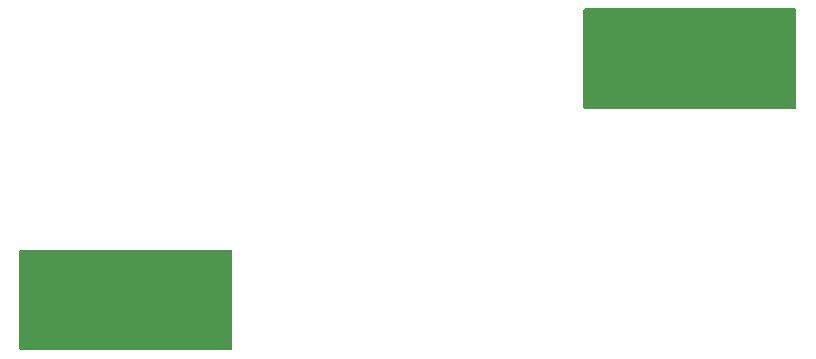
<source format=gbr>
G04 EAGLE Gerber X2 export*
%TF.Part,Single*%
%TF.FileFunction,Other,stiffener on bottom layer*%
%TF.FilePolarity,Positive*%
%TF.GenerationSoftware,Autodesk,EAGLE,9.5.2*%
%TF.CreationDate,2020-04-08T10:12:48Z*%
G75*
%MOMM*%
%FSLAX34Y34*%
%LPD*%
%INstiffener bottom*%
%AMOC8*
5,1,8,0,0,1.08239X$1,22.5*%
G01*

G36*
X1056758Y208296D02*
X1056758Y208296D01*
X1056877Y208303D01*
X1056915Y208316D01*
X1056956Y208321D01*
X1057066Y208364D01*
X1057179Y208401D01*
X1057214Y208423D01*
X1057251Y208438D01*
X1057347Y208508D01*
X1057448Y208571D01*
X1057476Y208601D01*
X1057509Y208624D01*
X1057585Y208716D01*
X1057666Y208803D01*
X1057686Y208838D01*
X1057711Y208869D01*
X1057762Y208977D01*
X1057820Y209081D01*
X1057830Y209121D01*
X1057847Y209157D01*
X1057869Y209274D01*
X1057899Y209389D01*
X1057903Y209450D01*
X1057907Y209470D01*
X1057905Y209490D01*
X1057909Y209550D01*
X1057909Y292100D01*
X1057894Y292218D01*
X1057887Y292337D01*
X1057874Y292375D01*
X1057869Y292416D01*
X1057826Y292526D01*
X1057789Y292639D01*
X1057767Y292674D01*
X1057752Y292711D01*
X1057683Y292807D01*
X1057619Y292908D01*
X1057589Y292936D01*
X1057566Y292969D01*
X1057474Y293045D01*
X1057387Y293126D01*
X1057352Y293146D01*
X1057321Y293171D01*
X1057213Y293222D01*
X1057109Y293280D01*
X1057069Y293290D01*
X1057033Y293307D01*
X1056916Y293329D01*
X1056801Y293359D01*
X1056741Y293363D01*
X1056721Y293367D01*
X1056700Y293365D01*
X1056640Y293369D01*
X878840Y293369D01*
X878722Y293354D01*
X878603Y293347D01*
X878565Y293334D01*
X878524Y293329D01*
X878414Y293286D01*
X878301Y293249D01*
X878266Y293227D01*
X878229Y293212D01*
X878133Y293143D01*
X878032Y293079D01*
X878004Y293049D01*
X877971Y293026D01*
X877896Y292934D01*
X877814Y292847D01*
X877794Y292812D01*
X877769Y292781D01*
X877718Y292673D01*
X877660Y292569D01*
X877650Y292529D01*
X877633Y292493D01*
X877611Y292376D01*
X877581Y292261D01*
X877577Y292201D01*
X877573Y292181D01*
X877575Y292160D01*
X877571Y292100D01*
X877571Y209550D01*
X877586Y209432D01*
X877593Y209313D01*
X877606Y209275D01*
X877611Y209234D01*
X877654Y209124D01*
X877691Y209011D01*
X877713Y208976D01*
X877728Y208939D01*
X877798Y208843D01*
X877861Y208742D01*
X877891Y208714D01*
X877914Y208681D01*
X878006Y208606D01*
X878093Y208524D01*
X878128Y208504D01*
X878159Y208479D01*
X878267Y208428D01*
X878371Y208370D01*
X878411Y208360D01*
X878447Y208343D01*
X878564Y208321D01*
X878679Y208291D01*
X878740Y208287D01*
X878760Y208283D01*
X878780Y208285D01*
X878840Y208281D01*
X1056640Y208281D01*
X1056758Y208296D01*
G37*
G36*
X579238Y3826D02*
X579238Y3826D01*
X579357Y3833D01*
X579395Y3846D01*
X579436Y3851D01*
X579546Y3894D01*
X579659Y3931D01*
X579694Y3953D01*
X579731Y3968D01*
X579827Y4038D01*
X579928Y4101D01*
X579956Y4131D01*
X579989Y4154D01*
X580065Y4246D01*
X580146Y4333D01*
X580166Y4368D01*
X580191Y4399D01*
X580242Y4507D01*
X580300Y4611D01*
X580310Y4651D01*
X580327Y4687D01*
X580349Y4804D01*
X580379Y4919D01*
X580383Y4980D01*
X580387Y5000D01*
X580385Y5020D01*
X580389Y5080D01*
X580389Y87630D01*
X580374Y87748D01*
X580367Y87867D01*
X580354Y87905D01*
X580349Y87946D01*
X580306Y88056D01*
X580269Y88169D01*
X580247Y88204D01*
X580232Y88241D01*
X580163Y88337D01*
X580099Y88438D01*
X580069Y88466D01*
X580046Y88499D01*
X579954Y88575D01*
X579867Y88656D01*
X579832Y88676D01*
X579801Y88701D01*
X579693Y88752D01*
X579589Y88810D01*
X579549Y88820D01*
X579513Y88837D01*
X579396Y88859D01*
X579281Y88889D01*
X579221Y88893D01*
X579201Y88897D01*
X579180Y88895D01*
X579120Y88899D01*
X401320Y88899D01*
X401202Y88884D01*
X401083Y88877D01*
X401045Y88864D01*
X401004Y88859D01*
X400894Y88816D01*
X400781Y88779D01*
X400746Y88757D01*
X400709Y88742D01*
X400613Y88673D01*
X400512Y88609D01*
X400484Y88579D01*
X400451Y88556D01*
X400376Y88464D01*
X400294Y88377D01*
X400274Y88342D01*
X400249Y88311D01*
X400198Y88203D01*
X400140Y88099D01*
X400130Y88059D01*
X400113Y88023D01*
X400091Y87906D01*
X400061Y87791D01*
X400057Y87731D01*
X400053Y87711D01*
X400055Y87690D01*
X400051Y87630D01*
X400051Y5080D01*
X400066Y4962D01*
X400073Y4843D01*
X400086Y4805D01*
X400091Y4764D01*
X400134Y4654D01*
X400171Y4541D01*
X400193Y4506D01*
X400208Y4469D01*
X400278Y4373D01*
X400341Y4272D01*
X400371Y4244D01*
X400394Y4211D01*
X400486Y4136D01*
X400573Y4054D01*
X400608Y4034D01*
X400639Y4009D01*
X400747Y3958D01*
X400851Y3900D01*
X400891Y3890D01*
X400927Y3873D01*
X401044Y3851D01*
X401159Y3821D01*
X401220Y3817D01*
X401240Y3813D01*
X401260Y3815D01*
X401320Y3811D01*
X579120Y3811D01*
X579238Y3826D01*
G37*
M02*

</source>
